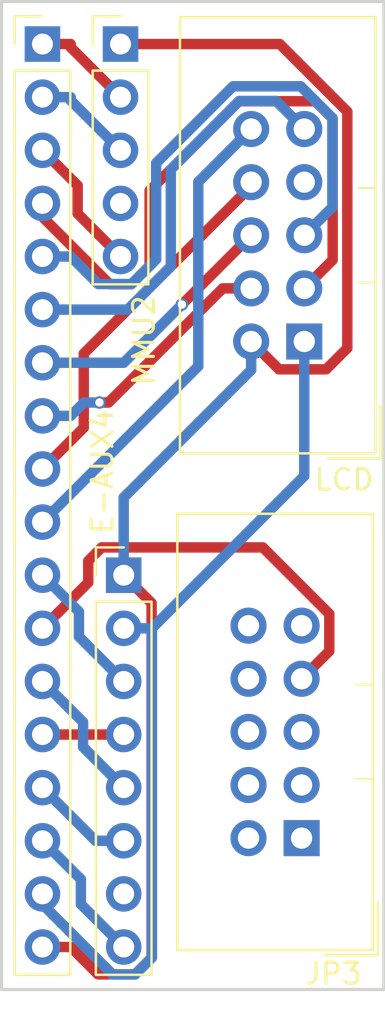
<source format=kicad_pcb>
(kicad_pcb (version 20171130) (host pcbnew 5.0.0+dfsg1-2)

  (general
    (thickness 1.6)
    (drawings 8)
    (tracks 98)
    (zones 0)
    (modules 5)
    (nets 31)
  )

  (page A4)
  (layers
    (0 F.Cu signal)
    (31 B.Cu signal)
    (32 B.Adhes user)
    (33 F.Adhes user)
    (34 B.Paste user)
    (35 F.Paste user)
    (36 B.SilkS user)
    (37 F.SilkS user)
    (38 B.Mask user)
    (39 F.Mask user)
    (40 Dwgs.User user)
    (41 Cmts.User user)
    (42 Eco1.User user)
    (43 Eco2.User user)
    (44 Edge.Cuts user)
    (45 Margin user)
    (46 B.CrtYd user)
    (47 F.CrtYd user)
    (48 B.Fab user)
    (49 F.Fab user)
  )

  (setup
    (last_trace_width 0.5)
    (trace_clearance 0.2)
    (zone_clearance 0.508)
    (zone_45_only no)
    (trace_min 0.2)
    (segment_width 0.1)
    (edge_width 0.15)
    (via_size 0.6)
    (via_drill 0.4)
    (via_min_size 0.4)
    (via_min_drill 0.3)
    (uvia_size 0.3)
    (uvia_drill 0.1)
    (uvias_allowed no)
    (uvia_min_size 0.2)
    (uvia_min_drill 0.1)
    (pcb_text_width 0.3)
    (pcb_text_size 1.5 1.5)
    (mod_edge_width 0.15)
    (mod_text_size 1 1)
    (mod_text_width 0.15)
    (pad_size 1.524 1.524)
    (pad_drill 0.762)
    (pad_to_mask_clearance 0.2)
    (aux_axis_origin 0 0)
    (visible_elements FFFFFFFF)
    (pcbplotparams
      (layerselection 0x00030_80000001)
      (usegerberextensions false)
      (usegerberattributes false)
      (usegerberadvancedattributes false)
      (creategerberjobfile false)
      (excludeedgelayer true)
      (linewidth 0.100000)
      (plotframeref false)
      (viasonmask false)
      (mode 1)
      (useauxorigin false)
      (hpglpennumber 1)
      (hpglpenspeed 20)
      (hpglpendiameter 15.000000)
      (psnegative false)
      (psa4output false)
      (plotreference true)
      (plotvalue true)
      (plotinvisibletext false)
      (padsonsilk false)
      (subtractmaskfromsilk false)
      (outputformat 1)
      (mirror false)
      (drillshape 1)
      (scaleselection 1)
      (outputdirectory ""))
  )

  (net 0 "")
  (net 1 /D29)
  (net 2 /D27)
  (net 3 /D25)
  (net 4 /D39)
  (net 5 /D32)
  (net 6 /D47)
  (net 7 /D45)
  (net 8 /D43)
  (net 9 /D41)
  (net 10 /D37)
  (net 11 /D35)
  (net 12 /D33)
  (net 13 /D31)
  (net 14 /D17)
  (net 15 /D16)
  (net 16 "Net-(J1-Pad7)")
  (net 17 GND)
  (net 18 +5V)
  (net 19 "Net-(J2-Pad7)")
  (net 20 "Net-(J3-Pad1)")
  (net 21 "Net-(J3-Pad2)")
  (net 22 "Net-(J3-Pad3)")
  (net 23 "Net-(J3-Pad4)")
  (net 24 "Net-(J3-Pad5)")
  (net 25 "Net-(J3-Pad6)")
  (net 26 "Net-(J3-Pad8)")
  (net 27 "Net-(J3-Pad9)")
  (net 28 "Net-(J3-Pad10)")
  (net 29 /Brown)
  (net 30 "Net-(J4-Pad4)")

  (net_class Default "This is the default net class."
    (clearance 0.2)
    (trace_width 0.5)
    (via_dia 0.6)
    (via_drill 0.4)
    (uvia_dia 0.3)
    (uvia_drill 0.1)
    (add_net +5V)
    (add_net /Brown)
    (add_net /D16)
    (add_net /D17)
    (add_net /D25)
    (add_net /D27)
    (add_net /D29)
    (add_net /D31)
    (add_net /D32)
    (add_net /D33)
    (add_net /D35)
    (add_net /D37)
    (add_net /D39)
    (add_net /D41)
    (add_net /D43)
    (add_net /D45)
    (add_net /D47)
    (add_net GND)
    (add_net "Net-(J1-Pad7)")
    (add_net "Net-(J2-Pad7)")
    (add_net "Net-(J3-Pad1)")
    (add_net "Net-(J3-Pad10)")
    (add_net "Net-(J3-Pad2)")
    (add_net "Net-(J3-Pad3)")
    (add_net "Net-(J3-Pad4)")
    (add_net "Net-(J3-Pad5)")
    (add_net "Net-(J3-Pad6)")
    (add_net "Net-(J3-Pad8)")
    (add_net "Net-(J3-Pad9)")
    (add_net "Net-(J4-Pad4)")
  )

  (module Pin_Headers:Pin_Header_Straight_1x05_Pitch2.54mm (layer F.Cu) (tedit 5C0D7A07) (tstamp 5C178568)
    (at 187.554 103.886)
    (descr "Through hole straight pin header, 1x05, 2.54mm pitch, single row")
    (tags "Through hole pin header THT 1x05 2.54mm single row")
    (path /5C0D91B8)
    (fp_text reference J4 (at 0 -2.33) (layer F.SilkS) hide
      (effects (font (size 1 1) (thickness 0.15)))
    )
    (fp_text value MMU2 (at 1.1176 14.1732 90) (layer F.SilkS)
      (effects (font (size 1 1) (thickness 0.15)))
    )
    (fp_text user %R (at 0 5.08 90) (layer F.Fab)
      (effects (font (size 1 1) (thickness 0.15)))
    )
    (fp_line (start 1.8 -1.8) (end -1.8 -1.8) (layer F.CrtYd) (width 0.05))
    (fp_line (start 1.8 11.95) (end 1.8 -1.8) (layer F.CrtYd) (width 0.05))
    (fp_line (start -1.8 11.95) (end 1.8 11.95) (layer F.CrtYd) (width 0.05))
    (fp_line (start -1.8 -1.8) (end -1.8 11.95) (layer F.CrtYd) (width 0.05))
    (fp_line (start -1.33 -1.33) (end 0 -1.33) (layer F.SilkS) (width 0.12))
    (fp_line (start -1.33 0) (end -1.33 -1.33) (layer F.SilkS) (width 0.12))
    (fp_line (start -1.33 1.27) (end 1.33 1.27) (layer F.SilkS) (width 0.12))
    (fp_line (start 1.33 1.27) (end 1.33 11.49) (layer F.SilkS) (width 0.12))
    (fp_line (start -1.33 1.27) (end -1.33 11.49) (layer F.SilkS) (width 0.12))
    (fp_line (start -1.33 11.49) (end 1.33 11.49) (layer F.SilkS) (width 0.12))
    (fp_line (start -1.27 -0.635) (end -0.635 -1.27) (layer F.Fab) (width 0.1))
    (fp_line (start -1.27 11.43) (end -1.27 -0.635) (layer F.Fab) (width 0.1))
    (fp_line (start 1.27 11.43) (end -1.27 11.43) (layer F.Fab) (width 0.1))
    (fp_line (start 1.27 -1.27) (end 1.27 11.43) (layer F.Fab) (width 0.1))
    (fp_line (start -0.635 -1.27) (end 1.27 -1.27) (layer F.Fab) (width 0.1))
    (pad 5 thru_hole oval (at 0 10.16) (size 1.7 1.7) (drill 1) (layers *.Cu *.Mask)
      (net 29 /Brown))
    (pad 4 thru_hole oval (at 0 7.62) (size 1.7 1.7) (drill 1) (layers *.Cu *.Mask)
      (net 30 "Net-(J4-Pad4)"))
    (pad 3 thru_hole oval (at 0 5.08) (size 1.7 1.7) (drill 1) (layers *.Cu *.Mask)
      (net 14 /D17))
    (pad 2 thru_hole oval (at 0 2.54) (size 1.7 1.7) (drill 1) (layers *.Cu *.Mask)
      (net 15 /D16))
    (pad 1 thru_hole rect (at 0 0) (size 1.7 1.7) (drill 1) (layers *.Cu *.Mask)
      (net 18 +5V))
    (model ${KISYS3DMOD}/Pin_Headers.3dshapes/Pin_Header_Straight_1x05_Pitch2.54mm.wrl
      (at (xyz 0 0 0))
      (scale (xyz 1 1 1))
      (rotate (xyz 0 0 0))
    )
  )

  (module Pin_Headers:Pin_Header_Straight_1x18_Pitch2.54mm (layer F.Cu) (tedit 5C0D798B) (tstamp 5C17858E)
    (at 183.82 103.886)
    (descr "Through hole straight pin header, 1x18, 2.54mm pitch, single row")
    (tags "Through hole pin header THT 1x18 2.54mm single row")
    (path /5C0D79E9)
    (fp_text reference J5 (at 0 -2.33) (layer F.SilkS) hide
      (effects (font (size 1 1) (thickness 0.15)))
    )
    (fp_text value AUX-4 (at 1.0666 46.0248) (layer F.Fab)
      (effects (font (size 1 1) (thickness 0.15)))
    )
    (fp_text user %R (at 0 21.59 90) (layer F.Fab)
      (effects (font (size 1 1) (thickness 0.15)))
    )
    (fp_line (start 1.8 -1.8) (end -1.8 -1.8) (layer F.CrtYd) (width 0.05))
    (fp_line (start 1.8 44.95) (end 1.8 -1.8) (layer F.CrtYd) (width 0.05))
    (fp_line (start -1.8 44.95) (end 1.8 44.95) (layer F.CrtYd) (width 0.05))
    (fp_line (start -1.8 -1.8) (end -1.8 44.95) (layer F.CrtYd) (width 0.05))
    (fp_line (start -1.33 -1.33) (end 0 -1.33) (layer F.SilkS) (width 0.12))
    (fp_line (start -1.33 0) (end -1.33 -1.33) (layer F.SilkS) (width 0.12))
    (fp_line (start -1.33 1.27) (end 1.33 1.27) (layer F.SilkS) (width 0.12))
    (fp_line (start 1.33 1.27) (end 1.33 44.51) (layer F.SilkS) (width 0.12))
    (fp_line (start -1.33 1.27) (end -1.33 44.51) (layer F.SilkS) (width 0.12))
    (fp_line (start -1.33 44.51) (end 1.33 44.51) (layer F.SilkS) (width 0.12))
    (fp_line (start -1.27 -0.635) (end -0.635 -1.27) (layer F.Fab) (width 0.1))
    (fp_line (start -1.27 44.45) (end -1.27 -0.635) (layer F.Fab) (width 0.1))
    (fp_line (start 1.27 44.45) (end -1.27 44.45) (layer F.Fab) (width 0.1))
    (fp_line (start 1.27 -1.27) (end 1.27 44.45) (layer F.Fab) (width 0.1))
    (fp_line (start -0.635 -1.27) (end 1.27 -1.27) (layer F.Fab) (width 0.1))
    (pad 18 thru_hole oval (at 0 43.18) (size 1.7 1.7) (drill 1) (layers *.Cu *.Mask)
      (net 18 +5V))
    (pad 17 thru_hole oval (at 0 40.64) (size 1.7 1.7) (drill 1) (layers *.Cu *.Mask)
      (net 17 GND))
    (pad 16 thru_hole oval (at 0 38.1) (size 1.7 1.7) (drill 1) (layers *.Cu *.Mask)
      (net 5 /D32))
    (pad 15 thru_hole oval (at 0 35.56) (size 1.7 1.7) (drill 1) (layers *.Cu *.Mask)
      (net 6 /D47))
    (pad 14 thru_hole oval (at 0 33.02) (size 1.7 1.7) (drill 1) (layers *.Cu *.Mask)
      (net 7 /D45))
    (pad 13 thru_hole oval (at 0 30.48) (size 1.7 1.7) (drill 1) (layers *.Cu *.Mask)
      (net 8 /D43))
    (pad 12 thru_hole oval (at 0 27.94) (size 1.7 1.7) (drill 1) (layers *.Cu *.Mask)
      (net 9 /D41))
    (pad 11 thru_hole oval (at 0 25.4) (size 1.7 1.7) (drill 1) (layers *.Cu *.Mask)
      (net 4 /D39))
    (pad 10 thru_hole oval (at 0 22.86) (size 1.7 1.7) (drill 1) (layers *.Cu *.Mask)
      (net 10 /D37))
    (pad 9 thru_hole oval (at 0 20.32) (size 1.7 1.7) (drill 1) (layers *.Cu *.Mask)
      (net 11 /D35))
    (pad 8 thru_hole oval (at 0 17.78) (size 1.7 1.7) (drill 1) (layers *.Cu *.Mask)
      (net 12 /D33))
    (pad 7 thru_hole oval (at 0 15.24) (size 1.7 1.7) (drill 1) (layers *.Cu *.Mask)
      (net 13 /D31))
    (pad 6 thru_hole oval (at 0 12.7) (size 1.7 1.7) (drill 1) (layers *.Cu *.Mask)
      (net 1 /D29))
    (pad 5 thru_hole oval (at 0 10.16) (size 1.7 1.7) (drill 1) (layers *.Cu *.Mask)
      (net 2 /D27))
    (pad 4 thru_hole oval (at 0 7.62) (size 1.7 1.7) (drill 1) (layers *.Cu *.Mask)
      (net 3 /D25))
    (pad 3 thru_hole oval (at 0 5.08) (size 1.7 1.7) (drill 1) (layers *.Cu *.Mask)
      (net 29 /Brown))
    (pad 2 thru_hole oval (at 0 2.54) (size 1.7 1.7) (drill 1) (layers *.Cu *.Mask)
      (net 14 /D17))
    (pad 1 thru_hole rect (at 0 0) (size 1.7 1.7) (drill 1) (layers *.Cu *.Mask)
      (net 15 /D16))
    (model ${KISYS3DMOD}/Pin_Headers.3dshapes/Pin_Header_Straight_1x18_Pitch2.54mm.wrl
      (at (xyz 0 0 0))
      (scale (xyz 1 1 1))
      (rotate (xyz 0 0 0))
    )
  )

  (module Connector_IDC:IDC-Header_2x05_P2.54mm_Vertical (layer F.Cu) (tedit 5CADE2DA) (tstamp 5CB9FDFD)
    (at 196.342 118.11 180)
    (descr "Through hole straight IDC box header, 2x05, 2.54mm pitch, double rows")
    (tags "Through hole IDC box header THT 2x05 2.54mm double row")
    (path /5C0D76E6)
    (fp_text reference J2 (at 1.27 -6.604 180) (layer F.Fab)
      (effects (font (size 1 1) (thickness 0.15)))
    )
    (fp_text value LCD (at -1.905 -6.604 180) (layer F.SilkS)
      (effects (font (size 1 1) (thickness 0.15)))
    )
    (fp_text user %R (at 1.27 5.08 180) (layer F.Fab)
      (effects (font (size 1 1) (thickness 0.15)))
    )
    (fp_line (start 5.695 -5.1) (end 5.695 15.26) (layer F.Fab) (width 0.1))
    (fp_line (start 5.145 -4.56) (end 5.145 14.7) (layer F.Fab) (width 0.1))
    (fp_line (start -3.155 -5.1) (end -3.155 15.26) (layer F.Fab) (width 0.1))
    (fp_line (start -2.605 -4.56) (end -2.605 2.83) (layer F.Fab) (width 0.1))
    (fp_line (start -2.605 7.33) (end -2.605 14.7) (layer F.Fab) (width 0.1))
    (fp_line (start -2.605 2.83) (end -3.155 2.83) (layer F.Fab) (width 0.1))
    (fp_line (start -2.605 7.33) (end -3.155 7.33) (layer F.Fab) (width 0.1))
    (fp_line (start 5.695 -5.1) (end -3.155 -5.1) (layer F.Fab) (width 0.1))
    (fp_line (start 5.145 -4.56) (end -2.605 -4.56) (layer F.Fab) (width 0.1))
    (fp_line (start 5.695 15.26) (end -3.155 15.26) (layer F.Fab) (width 0.1))
    (fp_line (start 5.145 14.7) (end -2.605 14.7) (layer F.Fab) (width 0.1))
    (fp_line (start 5.695 -5.1) (end 5.145 -4.56) (layer F.Fab) (width 0.1))
    (fp_line (start 5.695 15.26) (end 5.145 14.7) (layer F.Fab) (width 0.1))
    (fp_line (start -3.155 -5.1) (end -2.605 -4.56) (layer F.Fab) (width 0.1))
    (fp_line (start -3.155 15.26) (end -2.605 14.7) (layer F.Fab) (width 0.1))
    (fp_line (start 5.95 -5.35) (end 5.95 15.51) (layer F.CrtYd) (width 0.05))
    (fp_line (start 5.95 15.51) (end -3.41 15.51) (layer F.CrtYd) (width 0.05))
    (fp_line (start -3.41 15.51) (end -3.41 -5.35) (layer F.CrtYd) (width 0.05))
    (fp_line (start -3.41 -5.35) (end 5.95 -5.35) (layer F.CrtYd) (width 0.05))
    (fp_line (start 5.945 -5.35) (end 5.945 15.51) (layer F.SilkS) (width 0.12))
    (fp_line (start 5.945 15.51) (end -3.405 15.51) (layer F.SilkS) (width 0.12))
    (fp_line (start -3.405 15.51) (end -3.405 -5.35) (layer F.SilkS) (width 0.12))
    (fp_line (start -3.405 -5.35) (end 5.945 -5.35) (layer F.SilkS) (width 0.12))
    (fp_line (start -3.655 -5.6) (end -3.655 -3.06) (layer F.SilkS) (width 0.12))
    (fp_line (start -3.655 -5.6) (end -1.115 -5.6) (layer F.SilkS) (width 0.12))
    (pad 1 thru_hole rect (at 0 0 180) (size 1.7272 1.7272) (drill 1.016) (layers *.Cu *.Mask)
      (net 17 GND))
    (pad 2 thru_hole oval (at 2.54 0 180) (size 1.7272 1.7272) (drill 1.016) (layers *.Cu *.Mask)
      (net 18 +5V))
    (pad 3 thru_hole oval (at 0 2.54 180) (size 1.7272 1.7272) (drill 1.016) (layers *.Cu *.Mask)
      (net 3 /D25))
    (pad 4 thru_hole oval (at 2.54 2.54 180) (size 1.7272 1.7272) (drill 1.016) (layers *.Cu *.Mask)
      (net 12 /D33))
    (pad 5 thru_hole oval (at 0 5.08 180) (size 1.7272 1.7272) (drill 1.016) (layers *.Cu *.Mask)
      (net 2 /D27))
    (pad 6 thru_hole oval (at 2.54 5.08 180) (size 1.7272 1.7272) (drill 1.016) (layers *.Cu *.Mask)
      (net 13 /D31))
    (pad 7 thru_hole oval (at 0 7.62 180) (size 1.7272 1.7272) (drill 1.016) (layers *.Cu *.Mask)
      (net 19 "Net-(J2-Pad7)"))
    (pad 8 thru_hole oval (at 2.54 7.62 180) (size 1.7272 1.7272) (drill 1.016) (layers *.Cu *.Mask)
      (net 11 /D35))
    (pad 9 thru_hole oval (at 0 10.16 180) (size 1.7272 1.7272) (drill 1.016) (layers *.Cu *.Mask)
      (net 1 /D29))
    (pad 10 thru_hole oval (at 2.54 10.16 180) (size 1.7272 1.7272) (drill 1.016) (layers *.Cu *.Mask)
      (net 10 /D37))
    (model ${KISYS3DMOD}/Connector_IDC.3dshapes/IDC-Header_2x05_P2.54mm_Vertical.wrl
      (at (xyz 0 0 0))
      (scale (xyz 1 1 1))
      (rotate (xyz 0 0 0))
    )
  )

  (module Connector_IDC:IDC-Header_2x05_P2.54mm_Vertical (layer F.Cu) (tedit 5CADE2E8) (tstamp 5CB9FE24)
    (at 196.215 141.859 180)
    (descr "Through hole straight IDC box header, 2x05, 2.54mm pitch, double rows")
    (tags "Through hole IDC box header THT 2x05 2.54mm double row")
    (path /5C0D77CE)
    (fp_text reference J3 (at 1.27 -6.604 180) (layer F.Fab)
      (effects (font (size 1 1) (thickness 0.15)))
    )
    (fp_text value JP3 (at -1.524 -6.477 180) (layer F.SilkS)
      (effects (font (size 1 1) (thickness 0.15)))
    )
    (fp_line (start -3.655 -5.6) (end -1.115 -5.6) (layer F.SilkS) (width 0.12))
    (fp_line (start -3.655 -5.6) (end -3.655 -3.06) (layer F.SilkS) (width 0.12))
    (fp_line (start -3.405 -5.35) (end 5.945 -5.35) (layer F.SilkS) (width 0.12))
    (fp_line (start -3.405 15.51) (end -3.405 -5.35) (layer F.SilkS) (width 0.12))
    (fp_line (start 5.945 15.51) (end -3.405 15.51) (layer F.SilkS) (width 0.12))
    (fp_line (start 5.945 -5.35) (end 5.945 15.51) (layer F.SilkS) (width 0.12))
    (fp_line (start -3.41 -5.35) (end 5.95 -5.35) (layer F.CrtYd) (width 0.05))
    (fp_line (start -3.41 15.51) (end -3.41 -5.35) (layer F.CrtYd) (width 0.05))
    (fp_line (start 5.95 15.51) (end -3.41 15.51) (layer F.CrtYd) (width 0.05))
    (fp_line (start 5.95 -5.35) (end 5.95 15.51) (layer F.CrtYd) (width 0.05))
    (fp_line (start -3.155 15.26) (end -2.605 14.7) (layer F.Fab) (width 0.1))
    (fp_line (start -3.155 -5.1) (end -2.605 -4.56) (layer F.Fab) (width 0.1))
    (fp_line (start 5.695 15.26) (end 5.145 14.7) (layer F.Fab) (width 0.1))
    (fp_line (start 5.695 -5.1) (end 5.145 -4.56) (layer F.Fab) (width 0.1))
    (fp_line (start 5.145 14.7) (end -2.605 14.7) (layer F.Fab) (width 0.1))
    (fp_line (start 5.695 15.26) (end -3.155 15.26) (layer F.Fab) (width 0.1))
    (fp_line (start 5.145 -4.56) (end -2.605 -4.56) (layer F.Fab) (width 0.1))
    (fp_line (start 5.695 -5.1) (end -3.155 -5.1) (layer F.Fab) (width 0.1))
    (fp_line (start -2.605 7.33) (end -3.155 7.33) (layer F.Fab) (width 0.1))
    (fp_line (start -2.605 2.83) (end -3.155 2.83) (layer F.Fab) (width 0.1))
    (fp_line (start -2.605 7.33) (end -2.605 14.7) (layer F.Fab) (width 0.1))
    (fp_line (start -2.605 -4.56) (end -2.605 2.83) (layer F.Fab) (width 0.1))
    (fp_line (start -3.155 -5.1) (end -3.155 15.26) (layer F.Fab) (width 0.1))
    (fp_line (start 5.145 -4.56) (end 5.145 14.7) (layer F.Fab) (width 0.1))
    (fp_line (start 5.695 -5.1) (end 5.695 15.26) (layer F.Fab) (width 0.1))
    (fp_text user %R (at 1.27 5.08 180) (layer F.Fab)
      (effects (font (size 1 1) (thickness 0.15)))
    )
    (pad 10 thru_hole oval (at 2.54 10.16 180) (size 1.7272 1.7272) (drill 1.016) (layers *.Cu *.Mask)
      (net 28 "Net-(J3-Pad10)"))
    (pad 9 thru_hole oval (at 0 10.16 180) (size 1.7272 1.7272) (drill 1.016) (layers *.Cu *.Mask)
      (net 27 "Net-(J3-Pad9)"))
    (pad 8 thru_hole oval (at 2.54 7.62 180) (size 1.7272 1.7272) (drill 1.016) (layers *.Cu *.Mask)
      (net 26 "Net-(J3-Pad8)"))
    (pad 7 thru_hole oval (at 0 7.62 180) (size 1.7272 1.7272) (drill 1.016) (layers *.Cu *.Mask)
      (net 9 /D41))
    (pad 6 thru_hole oval (at 2.54 5.08 180) (size 1.7272 1.7272) (drill 1.016) (layers *.Cu *.Mask)
      (net 25 "Net-(J3-Pad6)"))
    (pad 5 thru_hole oval (at 0 5.08 180) (size 1.7272 1.7272) (drill 1.016) (layers *.Cu *.Mask)
      (net 24 "Net-(J3-Pad5)"))
    (pad 4 thru_hole oval (at 2.54 2.54 180) (size 1.7272 1.7272) (drill 1.016) (layers *.Cu *.Mask)
      (net 23 "Net-(J3-Pad4)"))
    (pad 3 thru_hole oval (at 0 2.54 180) (size 1.7272 1.7272) (drill 1.016) (layers *.Cu *.Mask)
      (net 22 "Net-(J3-Pad3)"))
    (pad 2 thru_hole oval (at 2.54 0 180) (size 1.7272 1.7272) (drill 1.016) (layers *.Cu *.Mask)
      (net 21 "Net-(J3-Pad2)"))
    (pad 1 thru_hole rect (at 0 0 180) (size 1.7272 1.7272) (drill 1.016) (layers *.Cu *.Mask)
      (net 20 "Net-(J3-Pad1)"))
    (model ${KISYS3DMOD}/Connector_IDC.3dshapes/IDC-Header_2x05_P2.54mm_Vertical.wrl
      (at (xyz 0 0 0))
      (scale (xyz 1 1 1))
      (rotate (xyz 0 0 0))
    )
  )

  (module Connector_PinHeader_2.54mm:PinHeader_1x08_P2.54mm_Vertical (layer F.Cu) (tedit 5CADE2F9) (tstamp 5CBA0447)
    (at 187.706 129.286)
    (descr "Through hole straight pin header, 1x08, 2.54mm pitch, single row")
    (tags "Through hole pin header THT 1x08 2.54mm single row")
    (path /5C0E7383)
    (fp_text reference J1 (at 0 -2.33) (layer F.Fab)
      (effects (font (size 1 1) (thickness 0.15)))
    )
    (fp_text value E-AUX4 (at -1.016 -4.953 90) (layer F.SilkS)
      (effects (font (size 1 1) (thickness 0.15)))
    )
    (fp_line (start -0.635 -1.27) (end 1.27 -1.27) (layer F.Fab) (width 0.1))
    (fp_line (start 1.27 -1.27) (end 1.27 19.05) (layer F.Fab) (width 0.1))
    (fp_line (start 1.27 19.05) (end -1.27 19.05) (layer F.Fab) (width 0.1))
    (fp_line (start -1.27 19.05) (end -1.27 -0.635) (layer F.Fab) (width 0.1))
    (fp_line (start -1.27 -0.635) (end -0.635 -1.27) (layer F.Fab) (width 0.1))
    (fp_line (start -1.33 19.11) (end 1.33 19.11) (layer F.SilkS) (width 0.12))
    (fp_line (start -1.33 1.27) (end -1.33 19.11) (layer F.SilkS) (width 0.12))
    (fp_line (start 1.33 1.27) (end 1.33 19.11) (layer F.SilkS) (width 0.12))
    (fp_line (start -1.33 1.27) (end 1.33 1.27) (layer F.SilkS) (width 0.12))
    (fp_line (start -1.33 0) (end -1.33 -1.33) (layer F.SilkS) (width 0.12))
    (fp_line (start -1.33 -1.33) (end 0 -1.33) (layer F.SilkS) (width 0.12))
    (fp_line (start -1.8 -1.8) (end -1.8 19.55) (layer F.CrtYd) (width 0.05))
    (fp_line (start -1.8 19.55) (end 1.8 19.55) (layer F.CrtYd) (width 0.05))
    (fp_line (start 1.8 19.55) (end 1.8 -1.8) (layer F.CrtYd) (width 0.05))
    (fp_line (start 1.8 -1.8) (end -1.8 -1.8) (layer F.CrtYd) (width 0.05))
    (fp_text user %R (at 0 8.89 90) (layer F.Fab)
      (effects (font (size 1 1) (thickness 0.15)))
    )
    (pad 1 thru_hole rect (at 0 0) (size 1.7 1.7) (drill 1) (layers *.Cu *.Mask)
      (net 18 +5V))
    (pad 2 thru_hole oval (at 0 2.54) (size 1.7 1.7) (drill 1) (layers *.Cu *.Mask)
      (net 17 GND))
    (pad 3 thru_hole oval (at 0 5.08) (size 1.7 1.7) (drill 1) (layers *.Cu *.Mask)
      (net 4 /D39))
    (pad 4 thru_hole oval (at 0 7.62) (size 1.7 1.7) (drill 1) (layers *.Cu *.Mask)
      (net 7 /D45))
    (pad 5 thru_hole oval (at 0 10.16) (size 1.7 1.7) (drill 1) (layers *.Cu *.Mask)
      (net 8 /D43))
    (pad 6 thru_hole oval (at 0 12.7) (size 1.7 1.7) (drill 1) (layers *.Cu *.Mask)
      (net 6 /D47))
    (pad 7 thru_hole oval (at 0 15.24) (size 1.7 1.7) (drill 1) (layers *.Cu *.Mask)
      (net 16 "Net-(J1-Pad7)"))
    (pad 8 thru_hole oval (at 0 17.78) (size 1.7 1.7) (drill 1) (layers *.Cu *.Mask)
      (net 5 /D32))
    (model ${KISYS3DMOD}/Connector_PinHeader_2.54mm.3dshapes/PinHeader_1x08_P2.54mm_Vertical.wrl
      (at (xyz 0 0 0))
      (scale (xyz 1 1 1))
      (rotate (xyz 0 0 0))
    )
  )

  (gr_line (start 199.6186 139.0396) (end 198.8058 139.0396) (layer F.SilkS) (width 0.1) (tstamp 5CBA0B9D))
  (gr_line (start 199.6186 134.5184) (end 198.8058 134.5184) (layer F.SilkS) (width 0.1) (tstamp 5CBA0B4B))
  (gr_line (start 199.7456 115.2906) (end 198.9328 115.2906) (layer F.SilkS) (width 0.1) (tstamp 5CBA0B49))
  (gr_line (start 199.7456 110.7694) (end 198.9328 110.7694) (layer F.SilkS) (width 0.1))
  (gr_line (start 181.864 149.098) (end 181.864 101.854) (layer Edge.Cuts) (width 0.15))
  (gr_line (start 200.152 149.098) (end 181.864 149.098) (layer Edge.Cuts) (width 0.15))
  (gr_line (start 200.152 101.854) (end 200.152 149.098) (layer Edge.Cuts) (width 0.15))
  (gr_line (start 181.864 101.854) (end 200.152 101.854) (layer Edge.Cuts) (width 0.15))

  (segment (start 185.17 116.586) (end 187.8918 116.586) (width 0.5) (layer B.Cu) (net 1))
  (segment (start 187.8918 116.586) (end 189.9587 114.5191) (width 0.5) (layer B.Cu) (net 1))
  (segment (start 189.9587 114.5191) (end 189.9587 109.8814) (width 0.5) (layer B.Cu) (net 1))
  (segment (start 189.9587 109.8814) (end 193.234 106.6061) (width 0.5) (layer B.Cu) (net 1))
  (segment (start 193.234 106.6061) (end 194.9981 106.6061) (width 0.5) (layer B.Cu) (net 1))
  (segment (start 194.9981 106.6061) (end 196.342 107.95) (width 0.5) (layer B.Cu) (net 1))
  (segment (start 183.82 116.586) (end 185.17 116.586) (width 0.5) (layer B.Cu) (net 1))
  (segment (start 183.82 114.046) (end 185.17 114.046) (width 0.5) (layer B.Cu) (net 2))
  (segment (start 196.342 113.03) (end 197.6875 111.6845) (width 0.5) (layer B.Cu) (net 2))
  (segment (start 197.6875 111.6845) (end 197.6875 107.4217) (width 0.5) (layer B.Cu) (net 2))
  (segment (start 197.6875 107.4217) (end 196.1715 105.9057) (width 0.5) (layer B.Cu) (net 2))
  (segment (start 196.1715 105.9057) (end 192.9324 105.9057) (width 0.5) (layer B.Cu) (net 2))
  (segment (start 192.9324 105.9057) (end 189.2583 109.5798) (width 0.5) (layer B.Cu) (net 2))
  (segment (start 189.2583 109.5798) (end 189.2583 114.1818) (width 0.5) (layer B.Cu) (net 2))
  (segment (start 189.2583 114.1818) (end 188.0796 115.3605) (width 0.5) (layer B.Cu) (net 2))
  (segment (start 188.0796 115.3605) (end 186.4845 115.3605) (width 0.5) (layer B.Cu) (net 2))
  (segment (start 186.4845 115.3605) (end 185.17 114.046) (width 0.5) (layer B.Cu) (net 2))
  (segment (start 196.342 115.57) (end 197.7007 114.2113) (width 0.5) (layer F.Cu) (net 3))
  (segment (start 197.7007 114.2113) (end 197.7007 107.4503) (width 0.5) (layer F.Cu) (net 3))
  (segment (start 197.7007 107.4503) (end 196.8711 106.6207) (width 0.5) (layer F.Cu) (net 3))
  (segment (start 196.8711 106.6207) (end 193.2211 106.6207) (width 0.5) (layer F.Cu) (net 3))
  (segment (start 193.2211 106.6207) (end 188.9456 110.8962) (width 0.5) (layer F.Cu) (net 3))
  (segment (start 188.9456 110.8962) (end 188.9456 114.4968) (width 0.5) (layer F.Cu) (net 3))
  (segment (start 188.9456 114.4968) (end 188.0701 115.3723) (width 0.5) (layer F.Cu) (net 3))
  (segment (start 188.0701 115.3723) (end 187.0404 115.3723) (width 0.5) (layer F.Cu) (net 3))
  (segment (start 187.0404 115.3723) (end 183.82 112.1519) (width 0.5) (layer F.Cu) (net 3))
  (segment (start 183.82 112.1519) (end 183.82 111.506) (width 0.5) (layer F.Cu) (net 3))
  (segment (start 187.706 134.366) (end 185.5648 132.2248) (width 0.5) (layer B.Cu) (net 4))
  (segment (start 185.5648 132.2248) (end 185.5648 131.0308) (width 0.5) (layer B.Cu) (net 4))
  (segment (start 185.5648 131.0308) (end 183.82 129.286) (width 0.5) (layer B.Cu) (net 4))
  (segment (start 187.706 147.066) (end 185.6556 145.0156) (width 0.5) (layer B.Cu) (net 5))
  (segment (start 185.6556 145.0156) (end 185.6556 143.8216) (width 0.5) (layer B.Cu) (net 5))
  (segment (start 185.6556 143.8216) (end 183.82 141.986) (width 0.5) (layer B.Cu) (net 5))
  (segment (start 187.706 141.986) (end 186.356 141.986) (width 0.5) (layer B.Cu) (net 6))
  (segment (start 186.356 141.986) (end 186.356 141.982) (width 0.5) (layer B.Cu) (net 6))
  (segment (start 186.356 141.982) (end 183.82 139.446) (width 0.5) (layer B.Cu) (net 6))
  (segment (start 187.706 136.906) (end 183.82 136.906) (width 0.5) (layer F.Cu) (net 7))
  (segment (start 187.706 139.446) (end 185.763 137.503) (width 0.5) (layer B.Cu) (net 8))
  (segment (start 185.763 137.503) (end 185.763 136.309) (width 0.5) (layer B.Cu) (net 8))
  (segment (start 185.763 136.309) (end 183.82 134.366) (width 0.5) (layer B.Cu) (net 8))
  (segment (start 196.215 134.239) (end 197.5398 132.9142) (width 0.5) (layer F.Cu) (net 9))
  (segment (start 197.5398 132.9142) (end 197.5398 131.1363) (width 0.5) (layer F.Cu) (net 9))
  (segment (start 197.5398 131.1363) (end 194.3597 127.9562) (width 0.5) (layer F.Cu) (net 9))
  (segment (start 194.3597 127.9562) (end 186.6541 127.9562) (width 0.5) (layer F.Cu) (net 9))
  (segment (start 186.6541 127.9562) (end 186.0108 128.5995) (width 0.5) (layer F.Cu) (net 9))
  (segment (start 186.0108 128.5995) (end 186.0108 129.6352) (width 0.5) (layer F.Cu) (net 9))
  (segment (start 186.0108 129.6352) (end 183.82 131.826) (width 0.5) (layer F.Cu) (net 9))
  (segment (start 183.82 126.746) (end 191.2744 119.2916) (width 0.5) (layer B.Cu) (net 10))
  (segment (start 191.2744 119.2916) (end 191.2744 110.4776) (width 0.5) (layer B.Cu) (net 10))
  (segment (start 191.2744 110.4776) (end 193.802 107.95) (width 0.5) (layer B.Cu) (net 10))
  (segment (start 193.802 110.49) (end 193.802 110.6812) (width 0.5) (layer F.Cu) (net 11))
  (segment (start 193.802 110.6812) (end 185.7952 118.688) (width 0.5) (layer F.Cu) (net 11))
  (segment (start 185.7952 118.688) (end 185.7952 122.2308) (width 0.5) (layer F.Cu) (net 11))
  (segment (start 185.7952 122.2308) (end 183.82 124.206) (width 0.5) (layer F.Cu) (net 11))
  (segment (start 183.82 121.666) (end 185.17 121.666) (width 0.5) (layer B.Cu) (net 12))
  (segment (start 193.802 115.57) (end 192.4384 115.57) (width 0.5) (layer F.Cu) (net 12))
  (segment (start 186.5458 121.0276) (end 185.8084 121.0276) (width 0.5) (layer B.Cu) (net 12))
  (segment (start 185.8084 121.0276) (end 185.17 121.666) (width 0.5) (layer B.Cu) (net 12))
  (segment (start 192.4384 115.57) (end 186.9808 121.0276) (width 0.5) (layer F.Cu) (net 12))
  (segment (start 186.9808 121.0276) (end 186.5458 121.0276) (width 0.5) (layer F.Cu) (net 12))
  (via (at 186.5458 121.0276) (size 0.6) (layers F.Cu B.Cu) (net 12))
  (segment (start 193.802 113.03) (end 190.489 116.343) (width 0.5) (layer F.Cu) (net 13))
  (segment (start 185.17 119.126) (end 187.706 119.126) (width 0.5) (layer B.Cu) (net 13))
  (segment (start 187.706 119.126) (end 190.489 116.343) (width 0.5) (layer B.Cu) (net 13))
  (segment (start 183.82 119.126) (end 185.17 119.126) (width 0.5) (layer B.Cu) (net 13))
  (via (at 190.489 116.343) (size 0.6) (layers F.Cu B.Cu) (net 13))
  (segment (start 183.82 106.426) (end 185.17 106.426) (width 0.5) (layer B.Cu) (net 14))
  (segment (start 185.17 106.426) (end 185.17 106.582) (width 0.5) (layer B.Cu) (net 14))
  (segment (start 185.17 106.582) (end 187.554 108.966) (width 0.5) (layer B.Cu) (net 14))
  (segment (start 183.82 103.886) (end 185.17 103.886) (width 0.5) (layer F.Cu) (net 15))
  (segment (start 185.17 103.886) (end 185.17 104.042) (width 0.5) (layer F.Cu) (net 15))
  (segment (start 185.17 104.042) (end 187.554 106.426) (width 0.5) (layer F.Cu) (net 15))
  (segment (start 189.056 131.826) (end 189.056 147.5761) (width 0.5) (layer B.Cu) (net 17))
  (segment (start 189.056 147.5761) (end 188.2523 148.3798) (width 0.5) (layer B.Cu) (net 17))
  (segment (start 188.2523 148.3798) (end 187.176 148.3798) (width 0.5) (layer B.Cu) (net 17))
  (segment (start 187.176 148.3798) (end 183.82 145.0238) (width 0.5) (layer B.Cu) (net 17))
  (segment (start 183.82 145.0238) (end 183.82 144.526) (width 0.5) (layer B.Cu) (net 17))
  (segment (start 196.342 118.11) (end 196.342 124.54) (width 0.5) (layer B.Cu) (net 17))
  (segment (start 196.342 124.54) (end 189.056 131.826) (width 0.5) (layer B.Cu) (net 17))
  (segment (start 187.706 131.826) (end 189.056 131.826) (width 0.5) (layer B.Cu) (net 17))
  (segment (start 183.82 147.066) (end 185.17 147.066) (width 0.5) (layer F.Cu) (net 18))
  (segment (start 187.706 129.286) (end 189.0397 130.6197) (width 0.5) (layer F.Cu) (net 18))
  (segment (start 189.0397 130.6197) (end 189.0397 147.5824) (width 0.5) (layer F.Cu) (net 18))
  (segment (start 189.0397 147.5824) (end 188.2484 148.3737) (width 0.5) (layer F.Cu) (net 18))
  (segment (start 188.2484 148.3737) (end 186.4777 148.3737) (width 0.5) (layer F.Cu) (net 18))
  (segment (start 186.4777 148.3737) (end 185.17 147.066) (width 0.5) (layer F.Cu) (net 18))
  (segment (start 193.802 118.11) (end 193.802 119.4736) (width 0.5) (layer B.Cu) (net 18))
  (segment (start 187.706 129.286) (end 187.706 125.5696) (width 0.5) (layer B.Cu) (net 18))
  (segment (start 187.706 125.5696) (end 193.802 119.4736) (width 0.5) (layer B.Cu) (net 18))
  (segment (start 193.802 118.11) (end 195.1327 119.4407) (width 0.5) (layer F.Cu) (net 18))
  (segment (start 195.1327 119.4407) (end 197.3891 119.4407) (width 0.5) (layer F.Cu) (net 18))
  (segment (start 197.3891 119.4407) (end 198.4011 118.4287) (width 0.5) (layer F.Cu) (net 18))
  (segment (start 198.4011 118.4287) (end 198.4011 107.1137) (width 0.5) (layer F.Cu) (net 18))
  (segment (start 198.4011 107.1137) (end 195.1734 103.886) (width 0.5) (layer F.Cu) (net 18))
  (segment (start 195.1734 103.886) (end 187.554 103.886) (width 0.5) (layer F.Cu) (net 18))
  (segment (start 187.554 114.046) (end 185.5036 111.9956) (width 0.5) (layer F.Cu) (net 29))
  (segment (start 185.5036 111.9956) (end 185.5036 110.6496) (width 0.5) (layer F.Cu) (net 29))
  (segment (start 185.5036 110.6496) (end 183.82 108.966) (width 0.5) (layer F.Cu) (net 29))

)

</source>
